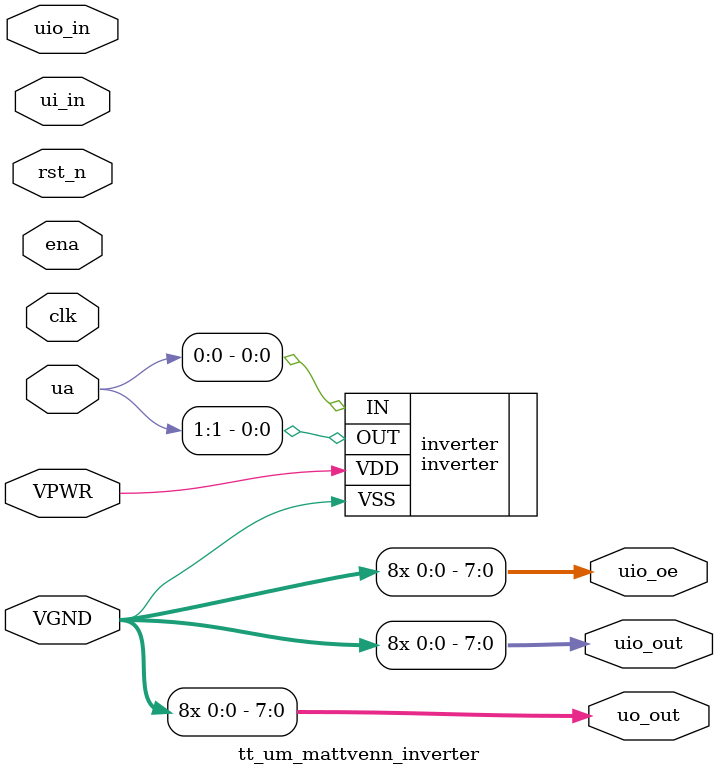
<source format=v>
`default_nettype none


module tt_um_mattvenn_inverter (
    input  wire       VGND,
    input  wire       VPWR,
    input  wire [7:0] ui_in,    // Dedicated inputs
    output wire [7:0] uo_out,   // Dedicated outputs
    input  wire [7:0] uio_in,   // IOs: Input path
    output wire [7:0] uio_out,  // IOs: Output path
    output wire [7:0] uio_oe,   // IOs: Enable path (active high: 0=input, 1=output)
    inout  wire [7:0] ua, // analog pins
    input  wire       ena,      // will go high when the design is enabled
    input  wire       clk,      // clock
    input  wire       rst_n     // reset_n - low to reset
);

    inverter inverter (
        .VDD(VPWR),
        .VSS(VGND),
        .IN(ua[0]),
        .OUT(ua[1])
        );

    // ties for the output enables
    assign uo_out[0] = VGND;
    assign uo_out[1] = VGND;
    assign uo_out[2] = VGND;
    assign uo_out[3] = VGND;
    assign uo_out[4] = VGND;
    assign uo_out[5] = VGND;
    assign uo_out[6] = VGND;
    assign uo_out[7] = VGND;

    assign uio_out[0] = VGND;
    assign uio_out[1] = VGND;
    assign uio_out[2] = VGND;
    assign uio_out[3] = VGND;
    assign uio_out[4] = VGND;
    assign uio_out[5] = VGND;
    assign uio_out[6] = VGND;
    assign uio_out[7] = VGND;

    assign uio_oe[0] = VGND;
    assign uio_oe[1] = VGND;
    assign uio_oe[2] = VGND;
    assign uio_oe[3] = VGND;
    assign uio_oe[4] = VGND;
    assign uio_oe[5] = VGND;
    assign uio_oe[6] = VGND;
    assign uio_oe[7] = VGND;

endmodule

</source>
